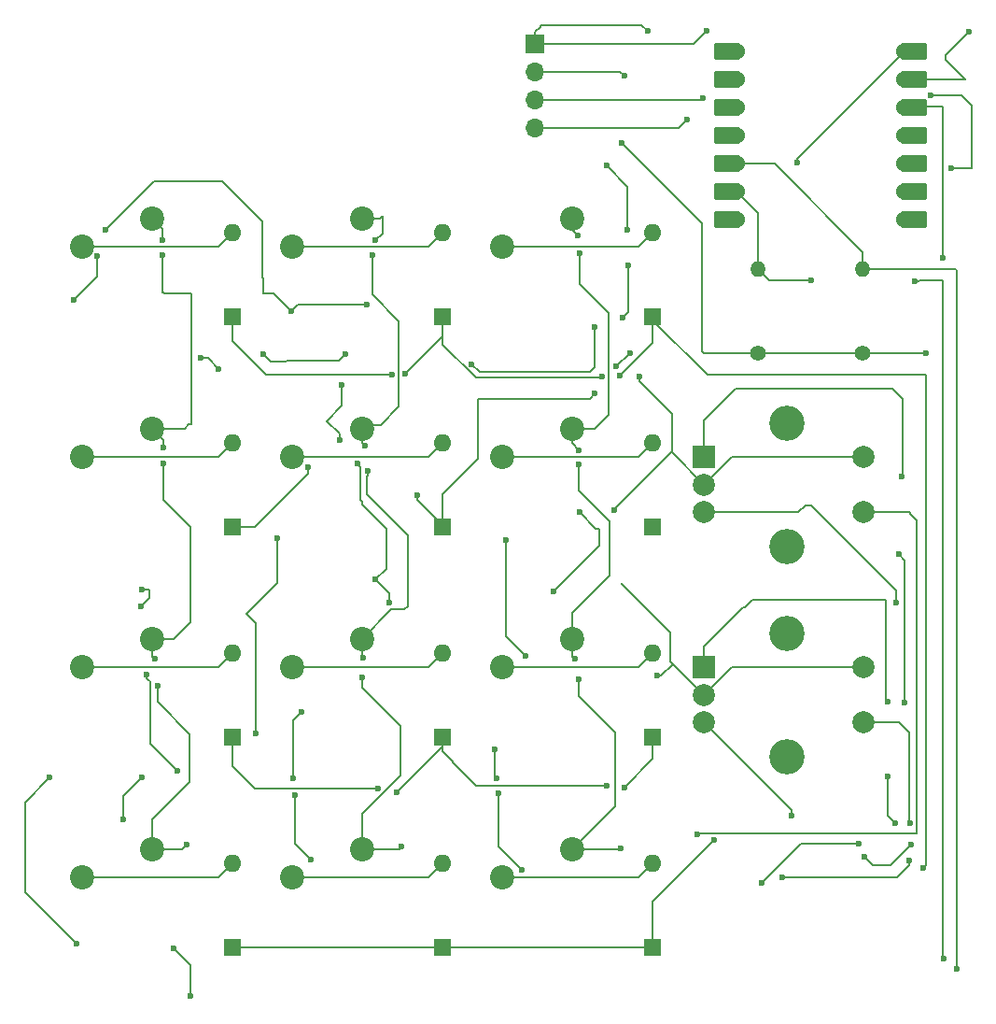
<source format=gbr>
%TF.GenerationSoftware,KiCad,Pcbnew,8.0.8*%
%TF.CreationDate,2025-02-19T23:36:16+01:00*%
%TF.ProjectId,Hackpad2.0,4861636b-7061-4643-922e-302e6b696361,rev?*%
%TF.SameCoordinates,Original*%
%TF.FileFunction,Copper,L1,Top*%
%TF.FilePolarity,Positive*%
%FSLAX46Y46*%
G04 Gerber Fmt 4.6, Leading zero omitted, Abs format (unit mm)*
G04 Created by KiCad (PCBNEW 8.0.8) date 2025-02-19 23:36:16*
%MOMM*%
%LPD*%
G01*
G04 APERTURE LIST*
G04 Aperture macros list*
%AMRoundRect*
0 Rectangle with rounded corners*
0 $1 Rounding radius*
0 $2 $3 $4 $5 $6 $7 $8 $9 X,Y pos of 4 corners*
0 Add a 4 corners polygon primitive as box body*
4,1,4,$2,$3,$4,$5,$6,$7,$8,$9,$2,$3,0*
0 Add four circle primitives for the rounded corners*
1,1,$1+$1,$2,$3*
1,1,$1+$1,$4,$5*
1,1,$1+$1,$6,$7*
1,1,$1+$1,$8,$9*
0 Add four rect primitives between the rounded corners*
20,1,$1+$1,$2,$3,$4,$5,0*
20,1,$1+$1,$4,$5,$6,$7,0*
20,1,$1+$1,$6,$7,$8,$9,0*
20,1,$1+$1,$8,$9,$2,$3,0*%
G04 Aperture macros list end*
%TA.AperFunction,ComponentPad*%
%ADD10C,2.200000*%
%TD*%
%TA.AperFunction,ComponentPad*%
%ADD11C,1.400000*%
%TD*%
%TA.AperFunction,ComponentPad*%
%ADD12O,1.400000X1.400000*%
%TD*%
%TA.AperFunction,ComponentPad*%
%ADD13R,1.700000X1.700000*%
%TD*%
%TA.AperFunction,ComponentPad*%
%ADD14O,1.700000X1.700000*%
%TD*%
%TA.AperFunction,ComponentPad*%
%ADD15R,2.000000X2.000000*%
%TD*%
%TA.AperFunction,ComponentPad*%
%ADD16C,2.000000*%
%TD*%
%TA.AperFunction,ComponentPad*%
%ADD17C,3.200000*%
%TD*%
%TA.AperFunction,SMDPad,CuDef*%
%ADD18RoundRect,0.152400X1.063600X0.609600X-1.063600X0.609600X-1.063600X-0.609600X1.063600X-0.609600X0*%
%TD*%
%TA.AperFunction,ComponentPad*%
%ADD19C,1.524000*%
%TD*%
%TA.AperFunction,SMDPad,CuDef*%
%ADD20RoundRect,0.152400X-1.063600X-0.609600X1.063600X-0.609600X1.063600X0.609600X-1.063600X0.609600X0*%
%TD*%
%TA.AperFunction,ComponentPad*%
%ADD21R,1.600000X1.600000*%
%TD*%
%TA.AperFunction,ComponentPad*%
%ADD22O,1.600000X1.600000*%
%TD*%
%TA.AperFunction,ViaPad*%
%ADD23C,0.600000*%
%TD*%
%TA.AperFunction,ViaPad*%
%ADD24C,0.300000*%
%TD*%
%TA.AperFunction,Conductor*%
%ADD25C,0.200000*%
%TD*%
G04 APERTURE END LIST*
D10*
%TO.P,SW12,1,1*%
%TO.N,SW_S_2*%
X140335000Y-54451250D03*
%TO.P,SW12,2,2*%
%TO.N,Net-(D24-A)*%
X133985000Y-56991250D03*
%TD*%
%TO.P,SW3,1,1*%
%TO.N,SW_S_3*%
X159385000Y-73501250D03*
%TO.P,SW3,2,2*%
%TO.N,Net-(D8-A)*%
X153035000Y-76041250D03*
%TD*%
D11*
%TO.P,R1,1*%
%TO.N,+3.3V*%
X176212500Y-66675000D03*
D12*
%TO.P,R1,2*%
%TO.N,Net-(U1-GPIO7{slash}SCL)*%
X176212500Y-59055000D03*
%TD*%
D10*
%TO.P,SW7,1,1*%
%TO.N,SW_S_1*%
X121285000Y-73501250D03*
%TO.P,SW7,2,2*%
%TO.N,Net-(D16-A)*%
X114935000Y-76041250D03*
%TD*%
%TO.P,SW6,1,1*%
%TO.N,SW_S_3*%
X159385000Y-54451250D03*
%TO.P,SW6,2,2*%
%TO.N,Net-(D15-A)*%
X153035000Y-56991250D03*
%TD*%
%TO.P,SW1,1,1*%
%TO.N,SW_S_2*%
X140335000Y-111601250D03*
%TO.P,SW1,2,2*%
%TO.N,Net-(D17-A)*%
X133985000Y-114141250D03*
%TD*%
%TO.P,SW9,1,1*%
%TO.N,SW_S_1*%
X121285000Y-54451250D03*
%TO.P,SW9,2,2*%
%TO.N,Net-(D21-A)*%
X114935000Y-56991250D03*
%TD*%
%TO.P,SW5,1,1*%
%TO.N,SW_S_3*%
X159385000Y-92551250D03*
%TO.P,SW5,2,2*%
%TO.N,Net-(D9-A)*%
X153035000Y-95091250D03*
%TD*%
D11*
%TO.P,R2,1*%
%TO.N,+3.3V*%
X185737500Y-66675000D03*
D12*
%TO.P,R2,2*%
%TO.N,Net-(U1-GPIO6{slash}SDA)*%
X185737500Y-59055000D03*
%TD*%
D10*
%TO.P,SW10,1,1*%
%TO.N,SW_S_2*%
X140335000Y-73501250D03*
%TO.P,SW10,2,2*%
%TO.N,Net-(D22-A)*%
X133985000Y-76041250D03*
%TD*%
%TO.P,SW11,1,1*%
%TO.N,SW_S_2*%
X140335000Y-92551250D03*
%TO.P,SW11,2,2*%
%TO.N,Net-(D23-A)*%
X133985000Y-95091250D03*
%TD*%
%TO.P,SW2,1,1*%
%TO.N,SW_S_3*%
X159385000Y-111601250D03*
%TO.P,SW2,2,2*%
%TO.N,Net-(D18-A)*%
X153035000Y-114141250D03*
%TD*%
D13*
%TO.P,J1,1,GND*%
%TO.N,GND*%
X156000000Y-38610000D03*
D14*
%TO.P,J1,2,VCC*%
%TO.N,+3.3V*%
X156000000Y-41150000D03*
%TO.P,J1,3,SCL*%
%TO.N,OLED_2*%
X156000000Y-43690000D03*
%TO.P,J1,4,SDA*%
%TO.N,OLED_3*%
X156000000Y-46230000D03*
%TD*%
D10*
%TO.P,SW4,1,1*%
%TO.N,SW_S_1*%
X121285000Y-111601250D03*
%TO.P,SW4,2,2*%
%TO.N,Net-(D20-A)*%
X114935000Y-114141250D03*
%TD*%
D15*
%TO.P,SW14,A,A*%
%TO.N,RE_R_3*%
X171343750Y-76081250D03*
D16*
%TO.P,SW14,B,B*%
%TO.N,RE_R_4*%
X171343750Y-81081250D03*
%TO.P,SW14,C,C*%
%TO.N,GND*%
X171343750Y-78581250D03*
D17*
%TO.P,SW14,MP*%
%TO.N,N/C*%
X178843750Y-72981250D03*
X178843750Y-84181250D03*
D16*
%TO.P,SW14,S1,S1*%
%TO.N,RE_S_2*%
X185843750Y-81081250D03*
%TO.P,SW14,S2,S2*%
%TO.N,GND*%
X185843750Y-76081250D03*
%TD*%
D15*
%TO.P,SW13,A,A*%
%TO.N,RE_R_1*%
X171343750Y-95131250D03*
D16*
%TO.P,SW13,B,B*%
%TO.N,RE_R_2*%
X171343750Y-100131250D03*
%TO.P,SW13,C,C*%
%TO.N,GND*%
X171343750Y-97631250D03*
D17*
%TO.P,SW13,MP*%
%TO.N,N/C*%
X178843750Y-92031250D03*
X178843750Y-103231250D03*
D16*
%TO.P,SW13,S1,S1*%
%TO.N,RE_S_1*%
X185843750Y-100131250D03*
%TO.P,SW13,S2,S2*%
%TO.N,GND*%
X185843750Y-95131250D03*
%TD*%
D18*
%TO.P,U1,1,GPIO26/ADC0/A0*%
%TO.N,LED*%
X173475000Y-39330000D03*
D19*
X174310000Y-39330000D03*
D18*
%TO.P,U1,2,GPIO27/ADC1/A1*%
%TO.N,unconnected-(U1-GPIO27{slash}ADC1{slash}A1-Pad2)*%
X173475000Y-41870000D03*
D19*
%TO.N,unconnected-(U1-GPIO27{slash}ADC1{slash}A1-Pad2)_1*%
X174310000Y-41870000D03*
D18*
%TO.P,U1,3,GPIO28/ADC2/A2*%
%TO.N,unconnected-(U1-GPIO28{slash}ADC2{slash}A2-Pad3)_1*%
X173475000Y-44410000D03*
D19*
%TO.N,unconnected-(U1-GPIO28{slash}ADC2{slash}A2-Pad3)*%
X174310000Y-44410000D03*
D18*
%TO.P,U1,4,GPIO29/ADC3/A3*%
%TO.N,unconnected-(U1-GPIO29{slash}ADC3{slash}A3-Pad4)*%
X173475000Y-46950000D03*
D19*
%TO.N,unconnected-(U1-GPIO29{slash}ADC3{slash}A3-Pad4)_1*%
X174310000Y-46950000D03*
D18*
%TO.P,U1,5,GPIO6/SDA*%
%TO.N,Net-(U1-GPIO6{slash}SDA)*%
X173475000Y-49490000D03*
D19*
X174310000Y-49490000D03*
D18*
%TO.P,U1,6,GPIO7/SCL*%
%TO.N,Net-(U1-GPIO7{slash}SCL)*%
X173475000Y-52030000D03*
D19*
X174310000Y-52030000D03*
D18*
%TO.P,U1,7,GPIO0/TX*%
%TO.N,unconnected-(U1-GPIO0{slash}TX-Pad7)*%
X173475000Y-54570000D03*
D19*
%TO.N,unconnected-(U1-GPIO0{slash}TX-Pad7)_1*%
X174310000Y-54570000D03*
%TO.P,U1,8,GPIO1/RX*%
%TO.N,unconnected-(U1-GPIO1{slash}RX-Pad8)_1*%
X189550000Y-54570000D03*
D20*
%TO.N,unconnected-(U1-GPIO1{slash}RX-Pad8)*%
X190385000Y-54570000D03*
D19*
%TO.P,U1,9,GPIO2/SCK*%
%TO.N,OLED_3*%
X189550000Y-52030000D03*
D20*
X190385000Y-52030000D03*
D19*
%TO.P,U1,10,GPIO4/MISO*%
%TO.N,OLED_2*%
X189550000Y-49490000D03*
D20*
X190385000Y-49490000D03*
D19*
%TO.P,U1,11,GPIO3/MOSI*%
%TO.N,unconnected-(U1-GPIO3{slash}MOSI-Pad11)*%
X189550000Y-46950000D03*
D20*
%TO.N,unconnected-(U1-GPIO3{slash}MOSI-Pad11)_1*%
X190385000Y-46950000D03*
D19*
%TO.P,U1,12,3V3*%
%TO.N,+3.3V*%
X189550000Y-44410000D03*
D20*
X190385000Y-44410000D03*
D19*
%TO.P,U1,13,GND*%
%TO.N,GND*%
X189550000Y-41870000D03*
D20*
X190385000Y-41870000D03*
D19*
%TO.P,U1,14,VBUS*%
%TO.N,+5V*%
X189550000Y-39330000D03*
D20*
X190385000Y-39330000D03*
%TD*%
D10*
%TO.P,SW8,1,1*%
%TO.N,SW_S_1*%
X121285000Y-92551250D03*
%TO.P,SW8,2,2*%
%TO.N,Net-(D19-A)*%
X114935000Y-95091250D03*
%TD*%
D21*
%TO.P,D18,1,K*%
%TO.N,SW_L_4*%
X166687500Y-120491250D03*
D22*
%TO.P,D18,2,A*%
%TO.N,Net-(D18-A)*%
X166687500Y-112871250D03*
%TD*%
D21*
%TO.P,D15,1,K*%
%TO.N,SW_L_1*%
X166687500Y-63341250D03*
D22*
%TO.P,D15,2,A*%
%TO.N,Net-(D15-A)*%
X166687500Y-55721250D03*
%TD*%
D21*
%TO.P,D16,1,K*%
%TO.N,SW_L_2*%
X128587500Y-82391250D03*
D22*
%TO.P,D16,2,A*%
%TO.N,Net-(D16-A)*%
X128587500Y-74771250D03*
%TD*%
D21*
%TO.P,D21,1,K*%
%TO.N,SW_L_1*%
X128587500Y-63341250D03*
D22*
%TO.P,D21,2,A*%
%TO.N,Net-(D21-A)*%
X128587500Y-55721250D03*
%TD*%
D21*
%TO.P,D17,1,K*%
%TO.N,SW_L_4*%
X147637500Y-120491250D03*
D22*
%TO.P,D17,2,A*%
%TO.N,Net-(D17-A)*%
X147637500Y-112871250D03*
%TD*%
D21*
%TO.P,D22,1,K*%
%TO.N,SW_L_2*%
X147637500Y-82391250D03*
D22*
%TO.P,D22,2,A*%
%TO.N,Net-(D22-A)*%
X147637500Y-74771250D03*
%TD*%
D21*
%TO.P,D20,1,K*%
%TO.N,SW_L_4*%
X128587500Y-120491250D03*
D22*
%TO.P,D20,2,A*%
%TO.N,Net-(D20-A)*%
X128587500Y-112871250D03*
%TD*%
D21*
%TO.P,D23,1,K*%
%TO.N,SW_L_3*%
X147637500Y-101441250D03*
D22*
%TO.P,D23,2,A*%
%TO.N,Net-(D23-A)*%
X147637500Y-93821250D03*
%TD*%
D21*
%TO.P,D8,1,K*%
%TO.N,SW_L_2*%
X166687500Y-82391250D03*
D22*
%TO.P,D8,2,A*%
%TO.N,Net-(D8-A)*%
X166687500Y-74771250D03*
%TD*%
D21*
%TO.P,D9,1,K*%
%TO.N,SW_L_3*%
X166687500Y-101441250D03*
D22*
%TO.P,D9,2,A*%
%TO.N,Net-(D9-A)*%
X166687500Y-93821250D03*
%TD*%
D21*
%TO.P,D24,1,K*%
%TO.N,SW_L_1*%
X147637500Y-63341250D03*
D22*
%TO.P,D24,2,A*%
%TO.N,Net-(D24-A)*%
X147637500Y-55721250D03*
%TD*%
D21*
%TO.P,D19,1,K*%
%TO.N,SW_L_3*%
X128587500Y-101441250D03*
D22*
%TO.P,D19,2,A*%
%TO.N,Net-(D19-A)*%
X128587500Y-93821250D03*
%TD*%
D23*
%TO.N,+5V*%
X134090000Y-105190000D03*
X134240000Y-106685735D03*
X155190000Y-94080000D03*
X154800000Y-113490000D03*
X163400000Y-67840000D03*
X133870000Y-62810000D03*
X152360000Y-102530000D03*
X114460000Y-120190000D03*
X152670000Y-106560000D03*
X140720000Y-62210000D03*
X117050000Y-55510000D03*
X111970000Y-105130000D03*
X132650000Y-83440000D03*
X116313345Y-57803761D03*
X179830000Y-49350000D03*
X164610000Y-66620000D03*
X134850000Y-99180000D03*
X114160000Y-61820000D03*
X152520000Y-105190000D03*
X153410000Y-83618750D03*
X135680000Y-112580000D03*
X130670000Y-101100000D03*
%TO.N,GND*%
X166210000Y-37480000D03*
X164460000Y-58710000D03*
X123270000Y-120570000D03*
X120790000Y-95790000D03*
X167060000Y-95900000D03*
X118670000Y-108910000D03*
X131360000Y-66770000D03*
X139880000Y-76670000D03*
X138776140Y-66733860D03*
X162480000Y-49650000D03*
X120340000Y-105110000D03*
X171560000Y-37470000D03*
X138280000Y-74540000D03*
D24*
X163850000Y-87550000D03*
D23*
X165450000Y-68750000D03*
X127320000Y-68070000D03*
X163930000Y-63430000D03*
X120320000Y-88090000D03*
X163170000Y-80850000D03*
X120290000Y-89600000D03*
X141550000Y-87170000D03*
X142770000Y-89290000D03*
X123540000Y-104500000D03*
X124790000Y-124930000D03*
X125650000Y-67080000D03*
X195330000Y-37550000D03*
X164380000Y-55510000D03*
X138510000Y-69510000D03*
%TO.N,Net-(D1-DIN)*%
X160050000Y-81080000D03*
X157690000Y-88230000D03*
%TO.N,Net-(D6-DIN)*%
X150269265Y-67640735D03*
X161420000Y-64260000D03*
%TO.N,SW_L_2*%
X145360000Y-79560000D03*
X161430000Y-70330000D03*
X135390000Y-76970000D03*
%TO.N,SW_L_3*%
X141775735Y-106085735D03*
X162530000Y-105880000D03*
X164100000Y-105990000D03*
X143470000Y-106440000D03*
%TO.N,SW_L_1*%
X143050000Y-68560000D03*
X144250000Y-68480000D03*
X191220000Y-113320000D03*
X162070000Y-68780000D03*
X163720000Y-68710000D03*
%TO.N,OLED_3*%
X169790000Y-45510000D03*
%TO.N,OLED_2*%
X191873486Y-43302238D03*
X193750000Y-49890000D03*
X171230000Y-43510000D03*
%TO.N,Net-(U1-GPIO7{slash}SCL)*%
X193110000Y-121500000D03*
X190490000Y-60090000D03*
X181050000Y-60060000D03*
%TO.N,+3.3V*%
X193020000Y-57990000D03*
X163880000Y-47560000D03*
X164100000Y-41510000D03*
X191450000Y-66620000D03*
%TO.N,Net-(U1-GPIO6{slash}SDA)*%
X194300000Y-122430000D03*
%TO.N,SW_L_4*%
X172230000Y-110770000D03*
%TO.N,SW_S_3*%
X160020000Y-76730000D03*
X159870000Y-55960000D03*
X160020000Y-96210000D03*
X163760000Y-111490000D03*
X159620000Y-94370000D03*
X160090000Y-57591250D03*
X160020000Y-75441250D03*
%TO.N,SW_S_1*%
X124420000Y-111160000D03*
X122280000Y-75240000D03*
X122200000Y-57780000D03*
X122280000Y-76641250D03*
X121530000Y-94370000D03*
X122200000Y-56391250D03*
X121760000Y-96760000D03*
%TO.N,SW_S_2*%
X140440000Y-94220000D03*
X140810000Y-77330000D03*
X143920000Y-111380000D03*
X141260000Y-57750000D03*
X140590000Y-75020000D03*
X140370000Y-96010000D03*
X141560000Y-56391250D03*
%TO.N,RE_R_2*%
X179300000Y-108550000D03*
%TO.N,RE_R_1*%
X187980000Y-104980000D03*
X188660000Y-109240000D03*
X178460000Y-114110000D03*
X189950000Y-112660000D03*
X187980000Y-98200000D03*
%TO.N,RE_S_1*%
X185890000Y-112270000D03*
X190000000Y-109240000D03*
X190150000Y-111150000D03*
%TO.N,RE_S_2*%
X170760000Y-110250000D03*
%TO.N,RE_R_3*%
X189570000Y-98280000D03*
X189270000Y-77810000D03*
X185390000Y-111060000D03*
X176560000Y-114640000D03*
X189040000Y-84890000D03*
%TO.N,RE_R_4*%
X188740000Y-89220000D03*
%TD*%
D25*
%TO.N,+5V*%
X131360000Y-61220000D02*
X132280000Y-61220000D01*
X153410000Y-83618750D02*
X153410000Y-92300000D01*
X109740000Y-110800000D02*
X109740000Y-115470000D01*
X152670000Y-106560000D02*
X152670000Y-111360000D01*
X132650000Y-87470000D02*
X129830000Y-90290000D01*
X153410000Y-92300000D02*
X155190000Y-94080000D01*
X134240000Y-106685735D02*
X134240000Y-111140000D01*
X132650000Y-83440000D02*
X132650000Y-87470000D01*
X131280000Y-54750000D02*
X131280000Y-59793306D01*
X109740000Y-107360000D02*
X109740000Y-110800000D01*
X129830000Y-90290000D02*
X130670000Y-91130000D01*
X130670000Y-91130000D02*
X130670000Y-101100000D01*
X117050000Y-55510000D02*
X121460000Y-51100000D01*
X134240000Y-111140000D02*
X135680000Y-112580000D01*
X133870000Y-62810000D02*
X134470000Y-62210000D01*
X127630000Y-51100000D02*
X131280000Y-54750000D01*
X134850000Y-99180000D02*
X134090000Y-99940000D01*
X152360000Y-102530000D02*
X152360000Y-105030000D01*
X189550000Y-39330000D02*
X179830000Y-49050000D01*
X114160000Y-61820000D02*
X116313345Y-59666655D01*
X121460000Y-51100000D02*
X127630000Y-51100000D01*
X111970000Y-105130000D02*
X109740000Y-107360000D01*
X164610000Y-66620000D02*
X164610000Y-66630000D01*
X152360000Y-105030000D02*
X152520000Y-105190000D01*
X134470000Y-62210000D02*
X140720000Y-62210000D01*
X134090000Y-99940000D02*
X134090000Y-105190000D01*
X116313345Y-59666655D02*
X116313345Y-57803761D01*
X152670000Y-111360000D02*
X154800000Y-113490000D01*
X179830000Y-49050000D02*
X179830000Y-49350000D01*
X164610000Y-66630000D02*
X163400000Y-67840000D01*
X132280000Y-61220000D02*
X133870000Y-62810000D01*
X131360000Y-59873306D02*
X131360000Y-61220000D01*
X109740000Y-115470000D02*
X114460000Y-120190000D01*
X131280000Y-59793306D02*
X131360000Y-59873306D01*
%TO.N,GND*%
X162480000Y-49650000D02*
X164380000Y-51550000D01*
X168526250Y-94813750D02*
X168270000Y-94557500D01*
X138776140Y-66733860D02*
X138220000Y-67290000D01*
X167060000Y-95900000D02*
X167440000Y-95900000D01*
X142540000Y-86180000D02*
X142540000Y-82600000D01*
X138510000Y-71420000D02*
X138510000Y-69510000D01*
X165450000Y-69210000D02*
X165450000Y-68750000D01*
X173843750Y-95131250D02*
X171343750Y-97631250D01*
X126330000Y-67080000D02*
X125650000Y-67080000D01*
X121020000Y-88870000D02*
X121020000Y-88050000D01*
X164460000Y-62900000D02*
X163930000Y-63430000D01*
X118670000Y-108910000D02*
X118670000Y-106780000D01*
X171343750Y-97631250D02*
X168526250Y-94813750D01*
X142540000Y-82600000D02*
X140340000Y-80400000D01*
X168270000Y-91970000D02*
X163850000Y-87550000D01*
X156470000Y-37090000D02*
X156470000Y-36960000D01*
X168270000Y-94550000D02*
X168270000Y-91970000D01*
X142770000Y-89290000D02*
X142770000Y-88390000D01*
X120980000Y-88090000D02*
X120320000Y-88090000D01*
X185868750Y-76081250D02*
X186000000Y-75950000D01*
X141550000Y-87170000D02*
X142540000Y-86180000D01*
X185843750Y-95131250D02*
X173843750Y-95131250D01*
X120990000Y-96290000D02*
X120790000Y-96090000D01*
X185868750Y-76081250D02*
X185843750Y-76081250D01*
X140340000Y-80090000D02*
X140210000Y-79960000D01*
X168420000Y-75530000D02*
X168420000Y-72180000D01*
X123540000Y-104500000D02*
X121095000Y-102055000D01*
X156000000Y-37560000D02*
X156470000Y-37090000D01*
X132010000Y-67420000D02*
X131360000Y-66770000D01*
X121095000Y-96395000D02*
X120990000Y-96290000D01*
X138220000Y-67290000D02*
X133530000Y-67290000D01*
X156470000Y-36960000D02*
X165690000Y-36960000D01*
X195330000Y-37550000D02*
X193230000Y-39650000D01*
X140210000Y-77000000D02*
X139880000Y-76670000D01*
X124790000Y-124930000D02*
X124790000Y-122090000D01*
X168270000Y-94557500D02*
X168270000Y-94550000D01*
X171343750Y-78581250D02*
X168420000Y-75657500D01*
X156000000Y-38610000D02*
X170420000Y-38610000D01*
X120290000Y-89600000D02*
X121020000Y-88870000D01*
X118670000Y-106780000D02*
X120340000Y-105110000D01*
X193230000Y-39650000D02*
X193230000Y-40060000D01*
X138280000Y-73930000D02*
X137140000Y-72790000D01*
X163170000Y-80780000D02*
X163170000Y-80850000D01*
X168420000Y-75530000D02*
X163170000Y-80780000D01*
X167440000Y-95900000D02*
X168526250Y-94813750D01*
X133530000Y-67290000D02*
X133400000Y-67420000D01*
X165690000Y-36960000D02*
X166210000Y-37480000D01*
X164460000Y-58710000D02*
X164460000Y-62900000D01*
X185843750Y-76081250D02*
X173843750Y-76081250D01*
X133400000Y-67420000D02*
X132010000Y-67420000D01*
X168420000Y-75657500D02*
X168420000Y-75530000D01*
X137140000Y-72790000D02*
X138510000Y-71420000D01*
X121020000Y-88050000D02*
X120980000Y-88090000D01*
X142770000Y-88390000D02*
X141550000Y-87170000D01*
X121095000Y-102055000D02*
X121095000Y-96395000D01*
X120790000Y-96090000D02*
X120790000Y-95790000D01*
X168420000Y-72180000D02*
X165450000Y-69210000D01*
X193230000Y-40060000D02*
X195040000Y-41870000D01*
X164380000Y-51550000D02*
X164380000Y-55510000D01*
X140340000Y-80400000D02*
X140340000Y-80090000D01*
X140210000Y-79960000D02*
X140210000Y-77000000D01*
X124790000Y-122090000D02*
X123270000Y-120570000D01*
X195040000Y-41870000D02*
X189550000Y-41870000D01*
X173843750Y-76081250D02*
X171343750Y-78581250D01*
X138280000Y-74540000D02*
X138280000Y-73930000D01*
X156000000Y-38610000D02*
X156000000Y-37560000D01*
X127320000Y-68070000D02*
X126330000Y-67080000D01*
X170420000Y-38610000D02*
X171560000Y-37470000D01*
%TO.N,Net-(D1-DIN)*%
X161500000Y-82530000D02*
X161870000Y-82530000D01*
X160050000Y-81080000D02*
X161500000Y-82530000D01*
X161870000Y-84050000D02*
X157690000Y-88230000D01*
X161870000Y-82530000D02*
X161870000Y-84050000D01*
%TO.N,Net-(D6-DIN)*%
X161420000Y-67910000D02*
X160960000Y-68370000D01*
X160960000Y-68370000D02*
X150998530Y-68370000D01*
X161420000Y-64260000D02*
X161420000Y-67910000D01*
X150998530Y-68370000D02*
X150269265Y-67640735D01*
%TO.N,SW_L_2*%
X150870000Y-70790000D02*
X160970000Y-70790000D01*
X150870000Y-76226351D02*
X150870000Y-70790000D01*
X147637500Y-82217500D02*
X147637500Y-82391250D01*
X160970000Y-70790000D02*
X161430000Y-70330000D01*
X147637500Y-79458851D02*
X150870000Y-76226351D01*
X145360000Y-79940000D02*
X147637500Y-82217500D01*
X147637500Y-82391250D02*
X147637500Y-79458851D01*
X135390000Y-77603306D02*
X135390000Y-76970000D01*
X130602056Y-82391250D02*
X135390000Y-77603306D01*
X128587500Y-82391250D02*
X130602056Y-82391250D01*
X145360000Y-79560000D02*
X145360000Y-79940000D01*
%TO.N,Net-(D8-A)*%
X153035000Y-76041250D02*
X165417500Y-76041250D01*
X165417500Y-76041250D02*
X166687500Y-74771250D01*
%TO.N,SW_L_3*%
X162530000Y-105880000D02*
X150650000Y-105880000D01*
X148520000Y-103750000D02*
X148520000Y-103640000D01*
X150650000Y-105880000D02*
X148520000Y-103750000D01*
X166687500Y-101441250D02*
X166687500Y-103402500D01*
X141775735Y-106085735D02*
X130565735Y-106085735D01*
X148520000Y-103640000D02*
X147637500Y-102757500D01*
X166687500Y-103402500D02*
X164100000Y-105990000D01*
X130565735Y-106085735D02*
X128587500Y-104107500D01*
X147637500Y-102272500D02*
X143470000Y-106440000D01*
X147637500Y-101441250D02*
X147637500Y-102272500D01*
X128587500Y-104107500D02*
X128587500Y-101441250D01*
X147637500Y-102757500D02*
X147637500Y-101441250D01*
%TO.N,Net-(D9-A)*%
X153035000Y-95091250D02*
X165417500Y-95091250D01*
X165417500Y-95091250D02*
X166687500Y-93821250D01*
%TO.N,SW_L_1*%
X142980000Y-68630000D02*
X143050000Y-68560000D01*
X191510000Y-68630000D02*
X191510000Y-113030000D01*
X161990000Y-68860000D02*
X162070000Y-68780000D01*
X163720000Y-68710000D02*
X166687500Y-65742500D01*
X147637500Y-65857500D02*
X150640000Y-68860000D01*
X144250000Y-68480000D02*
X147637500Y-65092500D01*
X166687500Y-63677500D02*
X171640000Y-68630000D01*
X128587500Y-65557500D02*
X131660000Y-68630000D01*
X131660000Y-68630000D02*
X142980000Y-68630000D01*
X166687500Y-65742500D02*
X166687500Y-63341250D01*
X150640000Y-68860000D02*
X161990000Y-68860000D01*
X147637500Y-63341250D02*
X147637500Y-65857500D01*
X191510000Y-113030000D02*
X191220000Y-113320000D01*
X128587500Y-63341250D02*
X128587500Y-65557500D01*
X171640000Y-68630000D02*
X191510000Y-68630000D01*
X166687500Y-63341250D02*
X166687500Y-63677500D01*
X147637500Y-65092500D02*
X147637500Y-63341250D01*
%TO.N,Net-(D15-A)*%
X153035000Y-56991250D02*
X165417500Y-56991250D01*
X165417500Y-56991250D02*
X166687500Y-55721250D01*
%TO.N,Net-(D16-A)*%
X127317500Y-76041250D02*
X128587500Y-74771250D01*
X114935000Y-76041250D02*
X127317500Y-76041250D01*
%TO.N,Net-(D17-A)*%
X146367500Y-114141250D02*
X147637500Y-112871250D01*
X133985000Y-114141250D02*
X146367500Y-114141250D01*
%TO.N,Net-(D18-A)*%
X153035000Y-114141250D02*
X165417500Y-114141250D01*
X165417500Y-114141250D02*
X166687500Y-112871250D01*
%TO.N,Net-(D19-A)*%
X127317500Y-95091250D02*
X128587500Y-93821250D01*
X114935000Y-95091250D02*
X127317500Y-95091250D01*
%TO.N,Net-(D20-A)*%
X114935000Y-114141250D02*
X127317500Y-114141250D01*
X127317500Y-114141250D02*
X128587500Y-112871250D01*
%TO.N,Net-(D21-A)*%
X114935000Y-56991250D02*
X127317500Y-56991250D01*
X127317500Y-56991250D02*
X128587500Y-55721250D01*
%TO.N,Net-(D22-A)*%
X133985000Y-76041250D02*
X146367500Y-76041250D01*
X146367500Y-76041250D02*
X147637500Y-74771250D01*
%TO.N,Net-(D23-A)*%
X146367500Y-95091250D02*
X147637500Y-93821250D01*
X133985000Y-95091250D02*
X146367500Y-95091250D01*
%TO.N,Net-(D24-A)*%
X146367500Y-56991250D02*
X147637500Y-55721250D01*
X133985000Y-56991250D02*
X146367500Y-56991250D01*
%TO.N,OLED_3*%
X169070000Y-46230000D02*
X156000000Y-46230000D01*
X169790000Y-45510000D02*
X169070000Y-46230000D01*
%TO.N,OLED_2*%
X171050000Y-43690000D02*
X171230000Y-43510000D01*
X195590000Y-44210000D02*
X194682238Y-43302238D01*
X193750000Y-49890000D02*
X195590000Y-49890000D01*
X194682238Y-43302238D02*
X191873486Y-43302238D01*
X195590000Y-49890000D02*
X195590000Y-44210000D01*
X156000000Y-43690000D02*
X171050000Y-43690000D01*
%TO.N,Net-(U1-GPIO7{slash}SCL)*%
X190820000Y-60090000D02*
X190850000Y-60060000D01*
X176212500Y-53932500D02*
X174310000Y-52030000D01*
X177217500Y-60060000D02*
X181050000Y-60060000D01*
X190490000Y-60090000D02*
X190820000Y-60090000D01*
X193040000Y-121430000D02*
X193110000Y-121500000D01*
X193040000Y-60060000D02*
X193040000Y-121430000D01*
X176212500Y-59055000D02*
X176212500Y-53932500D01*
X190850000Y-60060000D02*
X193040000Y-60060000D01*
X176212500Y-59055000D02*
X177217500Y-60060000D01*
%TO.N,+3.3V*%
X185737500Y-66675000D02*
X191395000Y-66675000D01*
X176212500Y-66675000D02*
X171335000Y-66675000D01*
X193020000Y-44310000D02*
X193020000Y-57990000D01*
X171170000Y-54850000D02*
X163880000Y-47560000D01*
X190727630Y-44310000D02*
X193020000Y-44310000D01*
X164100000Y-41510000D02*
X163740000Y-41150000D01*
X171170000Y-66510000D02*
X171170000Y-54850000D01*
X171335000Y-66675000D02*
X171170000Y-66510000D01*
X163740000Y-41150000D02*
X156000000Y-41150000D01*
X189550000Y-44410000D02*
X190627630Y-44410000D01*
X176212500Y-66675000D02*
X185737500Y-66675000D01*
X191395000Y-66675000D02*
X191450000Y-66620000D01*
X190627630Y-44410000D02*
X190727630Y-44310000D01*
%TO.N,Net-(U1-GPIO6{slash}SDA)*%
X194165000Y-59055000D02*
X194270000Y-59160000D01*
X185737500Y-59055000D02*
X194165000Y-59055000D01*
X185737500Y-59055000D02*
X185737500Y-57477500D01*
X194270000Y-122400000D02*
X194300000Y-122430000D01*
X194270000Y-59160000D02*
X194270000Y-122400000D01*
X177750000Y-49490000D02*
X174310000Y-49490000D01*
X185737500Y-57477500D02*
X177750000Y-49490000D01*
%TO.N,SW_L_4*%
X166687500Y-120491250D02*
X166687500Y-116312500D01*
X128587500Y-120491250D02*
X147637500Y-120491250D01*
X147637500Y-120491250D02*
X166687500Y-120491250D01*
X166687500Y-116312500D02*
X172230000Y-110770000D01*
%TO.N,SW_S_3*%
X163760000Y-111490000D02*
X163648750Y-111601250D01*
X162780000Y-81890000D02*
X162780000Y-86830000D01*
X163310000Y-107676250D02*
X159385000Y-111601250D01*
X160090000Y-57591250D02*
X160090000Y-60360000D01*
X160020000Y-76730000D02*
X160020000Y-79130000D01*
X159385000Y-74806250D02*
X160020000Y-75441250D01*
X159385000Y-94135000D02*
X159620000Y-94370000D01*
X160020000Y-79130000D02*
X162780000Y-81890000D01*
X161458750Y-73501250D02*
X159385000Y-73501250D01*
X162710000Y-62980000D02*
X162710000Y-72250000D01*
X159385000Y-73501250D02*
X159385000Y-74806250D01*
X159385000Y-54451250D02*
X159385000Y-55475000D01*
X163310000Y-101040000D02*
X163310000Y-107676250D01*
X160020000Y-97750000D02*
X163310000Y-101040000D01*
X160020000Y-96210000D02*
X160020000Y-97750000D01*
X159385000Y-90225000D02*
X159385000Y-92551250D01*
X162710000Y-72250000D02*
X161458750Y-73501250D01*
X163648750Y-111601250D02*
X159385000Y-111601250D01*
X162780000Y-86830000D02*
X159385000Y-90225000D01*
X160090000Y-60360000D02*
X162710000Y-62980000D01*
X159385000Y-55475000D02*
X159870000Y-55960000D01*
X159385000Y-92551250D02*
X159385000Y-94135000D01*
%TO.N,SW_S_1*%
X121760000Y-96760000D02*
X121760000Y-98260000D01*
X122370000Y-61140000D02*
X122420000Y-61190000D01*
X122200000Y-55366250D02*
X122200000Y-56391250D01*
X121285000Y-73501250D02*
X122280000Y-74496250D01*
X124670000Y-105500000D02*
X121285000Y-108885000D01*
X124810000Y-73100000D02*
X124620000Y-73100000D01*
X124218750Y-73501250D02*
X121285000Y-73501250D01*
X121285000Y-54451250D02*
X122200000Y-55366250D01*
X124620000Y-73100000D02*
X124218750Y-73501250D01*
X121285000Y-94125000D02*
X121530000Y-94370000D01*
X122420000Y-61190000D02*
X124810000Y-61190000D01*
X122280000Y-76641250D02*
X122280000Y-79940000D01*
X122220000Y-61140000D02*
X122370000Y-61140000D01*
X124420000Y-111160000D02*
X123978750Y-111601250D01*
X122200000Y-61120000D02*
X122220000Y-61140000D01*
X121760000Y-98260000D02*
X124670000Y-101170000D01*
X122280000Y-74496250D02*
X122280000Y-75240000D01*
X124810000Y-61190000D02*
X124810000Y-73100000D01*
X123208750Y-92551250D02*
X121285000Y-92551250D01*
X122200000Y-57780000D02*
X122200000Y-61120000D01*
X124670000Y-101170000D02*
X124670000Y-105500000D01*
X123978750Y-111601250D02*
X121285000Y-111601250D01*
X121285000Y-108885000D02*
X121285000Y-111601250D01*
X124750000Y-82410000D02*
X124750000Y-91010000D01*
X122280000Y-79940000D02*
X124750000Y-82410000D01*
X121285000Y-92551250D02*
X121285000Y-94125000D01*
X124750000Y-91010000D02*
X123208750Y-92551250D01*
%TO.N,SW_S_2*%
X140335000Y-94115000D02*
X140440000Y-94220000D01*
X140810000Y-77710000D02*
X140740000Y-77780000D01*
X140335000Y-108375000D02*
X140335000Y-111601250D01*
X140370000Y-96010000D02*
X140370000Y-96990000D01*
X142010000Y-73150000D02*
X140686250Y-73150000D01*
X140740000Y-79420000D02*
X144480000Y-83160000D01*
X143920000Y-111380000D02*
X143698750Y-111601250D01*
X142160000Y-55791250D02*
X141560000Y-56391250D01*
X142160000Y-54240000D02*
X142160000Y-55791250D01*
X140740000Y-77780000D02*
X140740000Y-79420000D01*
X140335000Y-74765000D02*
X140590000Y-75020000D01*
X144180000Y-89890000D02*
X142996250Y-89890000D01*
X143650000Y-63730000D02*
X143650000Y-71510000D01*
X140335000Y-73501250D02*
X140335000Y-74765000D01*
X141260000Y-57750000D02*
X141260000Y-61340000D01*
X143800000Y-104910000D02*
X140335000Y-108375000D01*
X140335000Y-92551250D02*
X140335000Y-94115000D01*
X143650000Y-71510000D02*
X142010000Y-73150000D01*
X141260000Y-61340000D02*
X143650000Y-63730000D01*
X143698750Y-111601250D02*
X140335000Y-111601250D01*
X140686250Y-73150000D02*
X140335000Y-73501250D01*
X142996250Y-89890000D02*
X140335000Y-92551250D01*
X144480000Y-89590000D02*
X144180000Y-89890000D01*
X141948750Y-54451250D02*
X142160000Y-54240000D01*
X140810000Y-77330000D02*
X140810000Y-77710000D01*
X143800000Y-100420000D02*
X143800000Y-104910000D01*
X140370000Y-96990000D02*
X143800000Y-100420000D01*
X144480000Y-83160000D02*
X144480000Y-89590000D01*
X140335000Y-54451250D02*
X141948750Y-54451250D01*
%TO.N,RE_R_2*%
X179300000Y-108550000D02*
X179300000Y-108087500D01*
X179300000Y-108087500D02*
X171343750Y-100131250D01*
%TO.N,RE_R_1*%
X171343750Y-95131250D02*
X171343750Y-93226250D01*
X174890000Y-89680000D02*
X175040000Y-89680000D01*
X171343750Y-93226250D02*
X174890000Y-89680000D01*
X175040000Y-89680000D02*
X175720000Y-89000000D01*
X187980000Y-108560000D02*
X188660000Y-109240000D01*
X189950000Y-113040000D02*
X188880000Y-114110000D01*
X175720000Y-89000000D02*
X187820000Y-89000000D01*
X187820000Y-98040000D02*
X187980000Y-98200000D01*
X187980000Y-104980000D02*
X187980000Y-108560000D01*
X189950000Y-112660000D02*
X189950000Y-113040000D01*
X187820000Y-89000000D02*
X187820000Y-98040000D01*
X188880000Y-114110000D02*
X178460000Y-114110000D01*
%TO.N,RE_S_1*%
X189930000Y-109170000D02*
X190000000Y-109240000D01*
X189001250Y-100131250D02*
X189930000Y-101060000D01*
X190150000Y-111150000D02*
X188250000Y-113050000D01*
X185843750Y-100131250D02*
X189001250Y-100131250D01*
X189930000Y-101060000D02*
X189930000Y-109170000D01*
X188250000Y-113050000D02*
X186900000Y-113050000D01*
X186670000Y-113050000D02*
X185890000Y-112270000D01*
X186900000Y-113050000D02*
X186670000Y-113050000D01*
%TO.N,RE_S_2*%
X190040000Y-81110000D02*
X190040000Y-81220000D01*
X190600000Y-81780000D02*
X190600000Y-110140000D01*
X185843750Y-81081250D02*
X190011250Y-81081250D01*
X190600000Y-110140000D02*
X170870000Y-110140000D01*
X190011250Y-81081250D02*
X190040000Y-81110000D01*
X170870000Y-110140000D02*
X170760000Y-110250000D01*
X190040000Y-81220000D02*
X190600000Y-81780000D01*
%TO.N,RE_R_3*%
X171343750Y-72746250D02*
X174200000Y-69890000D01*
X189350000Y-70810000D02*
X189350000Y-77730000D01*
X185390000Y-111060000D02*
X180140000Y-111060000D01*
X189350000Y-77730000D02*
X189270000Y-77810000D01*
X188430000Y-69890000D02*
X189350000Y-70810000D01*
X174200000Y-69890000D02*
X188430000Y-69890000D01*
X171343750Y-76081250D02*
X171343750Y-72746250D01*
X180140000Y-111060000D02*
X176560000Y-114640000D01*
X189040000Y-84890000D02*
X189570000Y-85420000D01*
X189570000Y-85420000D02*
X189570000Y-98280000D01*
%TO.N,RE_R_4*%
X179908750Y-81081250D02*
X171343750Y-81081250D01*
X181050000Y-80470000D02*
X180520000Y-80470000D01*
X188740000Y-89220000D02*
X188740000Y-88160000D01*
X188740000Y-88160000D02*
X181050000Y-80470000D01*
X180520000Y-80470000D02*
X179908750Y-81081250D01*
%TD*%
M02*

</source>
